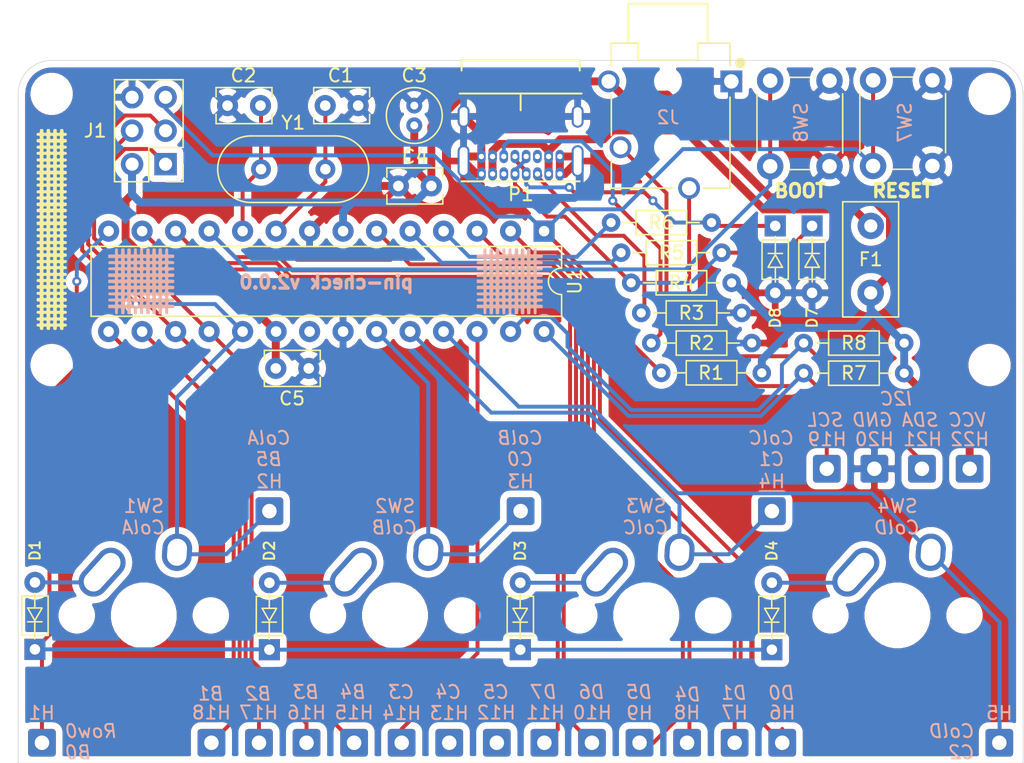
<source format=kicad_pcb>
(kicad_pcb (version 20171130) (host pcbnew "(5.1.6-0-10_14)")
  (title_block (title pin-check) (rev v2.0.0) (comment 2 https://github.com/brianmutualaid/pin-check/blob/master/LICENSE) (comment 3 "License: BSD 2-Clause") (comment 4 brian@mutualaid.info))
  (layers (0 F.Cu signal) (31 B.Cu signal) (34 B.Paste user) (35 F.Paste user) (36 B.SilkS user) (37 F.SilkS user) (38 B.Mask user) (39 F.Mask user) (44 Edge.Cuts user))
  (net 0 "")
  (net 1 "Net-(C1-Pad2)")
  (net 2 GND)
  (net 3 "Net-(C2-Pad2)")
  (net 4 +5V)
  (net 5 "Net-(D1-Pad2)")
  (net 6 /Row0)
  (net 7 "Net-(D2-Pad2)")
  (net 8 "Net-(D3-Pad2)")
  (net 9 "Net-(D4-Pad2)")
  (net 10 "Net-(D7-Pad1)")
  (net 11 "Net-(D8-Pad1)")
  (net 12 "Net-(F1-Pad2)")
  (net 13 /B1)
  (net 14 /B2)
  (net 15 /B3)
  (net 16 /B4)
  (net 17 /C5)
  (net 18 /D0)
  (net 19 /D1)
  (net 20 /D4)
  (net 21 /D6)
  (net 22 /D7)
  (net 23 /Reset)
  (net 24 "Net-(P1-PadB5)")
  (net 25 "Net-(P1-PadB8)")
  (net 26 "Net-(P1-PadA8)")
  (net 27 "Net-(P1-PadA5)")
  (net 28 /D-)
  (net 29 /D+)
  (net 30 "Net-(U1-Pad21)")
  (net 31 /C3)
  (net 32 /C4)
  (net 33 /ColA)
  (net 34 /ColB)
  (net 35 /ColC)
  (net 36 /ColD)
  (net 37 /SDA)
  (net 38 /SCL)
  (net 39 /D5)
  (module Connector_Wire:SolderWire-0.5sqmm_1x01_D0.9mm_OD2.1mm (layer B.Cu) (at 157.9118 116.1382 180)
    (fp_text reference H9 (at 0 2.25) (layer B.SilkS) (effects (justify mirror)))
    (fp_text value Pad)
    (pad 1 thru_hole roundrect (at 0 0 180) (size 2.1 2.1) (drill 1.1) (layers *.Cu *.Mask) (roundrect_rratio 0.119048) (net 39 /D5))
  )
  (module pin-check:CUI_SJ-43514 (layer F.Cu) (at 160.0708 68.5546 270)
    (fp_text reference J2 (at 0.133 0) (layer B.SilkS) (effects (justify mirror)))
    (fp_text value SJ-43514)
    (pad None np_thru_hole circle (at 2.4 0 270) (size 1.1 1.1) (drill 1.1) (layers *.Cu *.Mask))
    (pad None np_thru_hole circle (at -2.6 0 270) (size 1.1 1.1) (drill 1.1) (layers *.Cu *.Mask))
    (pad 4 thru_hole circle (at -2.6 4.5 270) (size 1.65 1.65) (drill 1.1) (layers *.Cu *.Mask) (net 4 +5V))
    (pad 3 thru_hole circle (at 5.5 -1.6 270) (size 1.65 1.65) (drill 1.1) (layers *.Cu *.Mask) (net 37 /SDA))
    (pad 2 thru_hole circle (at 2.4 3.6 270) (size 1.65 1.65) (drill 1.1) (layers *.Cu *.Mask) (net 38 /SCL))
    (pad 1 thru_hole rect (at -2.6 -4.8 270) (size 1.65 1.65) (drill 1.1) (layers *.Cu *.Mask) (net 2 GND))
  )
  (module Fuse:Fuse_Littelfuse_395Series (layer F.Cu) (at 175.4378 82.0006 90)
    (fp_text reference F1 (at 2.54 0 180) (layer F.SilkS))
    (fp_text value 100mA)
    (pad 2 thru_hole circle (at 5.08 0.01 90) (size 2 2) (drill 1) (layers *.Cu *.Mask) (net 12 "Net-(F1-Pad2)"))
    (pad 1 thru_hole circle (at 0 0 90) (size 2 2) (drill 1) (layers *.Cu *.Mask) (net 4 +5V))
  )
  (module Connector_Wire:SolderWire-0.5sqmm_1x01_D0.9mm_OD2.1mm (layer B.Cu) (at 182.9435 95.3483)
    (fp_text reference H22 (at 0 -2.2352) (layer B.SilkS) (effects (justify mirror)))
    (fp_text value Pad)
    (pad 1 thru_hole roundrect (at 0 0) (size 2.1 2.1) (drill 1.1) (layers *.Cu *.Mask) (roundrect_rratio 0.119048) (net 4 +5V))
  )
  (module Connector_Wire:SolderWire-0.5sqmm_1x01_D0.9mm_OD2.1mm (layer B.Cu) (at 179.324 95.3483)
    (fp_text reference H21 (at 0.0508 -2.2352) (layer B.SilkS) (effects (justify mirror)))
    (fp_text value Pad)
    (pad 1 thru_hole roundrect (at 0 0) (size 2.1 2.1) (drill 1.1) (layers *.Cu *.Mask) (roundrect_rratio 0.119048) (net 37 /SDA))
  )
  (module Connector_Wire:SolderWire-0.5sqmm_1x01_D0.9mm_OD2.1mm (layer B.Cu) (at 175.7172 95.3483)
    (fp_text reference H20 (at 0 -2.2352) (layer B.SilkS) (effects (justify mirror)))
    (fp_text value Pad)
    (pad 1 thru_hole roundrect (at 0 0) (size 2.1 2.1) (drill 1.1) (layers *.Cu *.Mask) (roundrect_rratio 0.119048) (net 2 GND))
  )
  (module Connector_Wire:SolderWire-0.5sqmm_1x01_D0.9mm_OD2.1mm (layer B.Cu) (at 172.1104 95.3483)
    (fp_text reference H19 (at 0.0254 -2.2352) (layer B.SilkS) (effects (justify mirror)))
    (fp_text value Pad)
    (pad 1 thru_hole roundrect (at 0 0) (size 2.1 2.1) (drill 1.1) (layers *.Cu *.Mask) (roundrect_rratio 0.119048) (net 38 /SCL))
  )
  (module pin-check:pin-check-pattern-square (layer B.Cu) (at 120.1293 81.1276)
    (fp_text reference G*** hide)
    (fp_text value LOGO hide)
  )
  (module pin-check:pin-check-pattern-square (layer B.Cu) (at 148.0693 81.1276)
    (fp_text reference G*** hide)
    (fp_text value LOGO hide)
  )
  (module pin-check:MX-1U-NoLED (layer F.Cu) (at 177.4698 106.4747)
    (fp_text reference SW4)
    (fp_text value MX-NoLED)
    (pad 2 thru_hole oval (at 2.52 -4.79 86) (size 2.831378 2.25) (drill oval 2.051378 1.48) (layers *.Cu *.Mask) (net 36 /ColD))
    (pad 1 thru_hole oval (at -3.16 -3.28 48) (size 4.21 2.25) (drill oval 3.43 1.48) (layers *.Cu *.Mask) (net 9 "Net-(D4-Pad2)"))
    (pad "" np_thru_hole circle (at 5.08 0 48.0996) (size 1.75 1.75) (drill 1.75) (layers *.Cu *.Mask))
    (pad "" np_thru_hole circle (at -5.08 0 48.0996) (size 1.75 1.75) (drill 1.75) (layers *.Cu *.Mask))
    (pad "" np_thru_hole circle (at 0 0) (size 3.9878 3.9878) (drill 3.9878) (layers *.Cu *.Mask))
  )
  (module pin-check:MX-1U-NoLED (layer F.Cu) (at 158.4198 106.4747)
    (fp_text reference SW3)
    (fp_text value MX-NoLED)
    (pad 2 thru_hole oval (at 2.52 -4.79 86) (size 2.831378 2.25) (drill oval 2.051378 1.48) (layers *.Cu *.Mask) (net 35 /ColC))
    (pad 1 thru_hole oval (at -3.16 -3.28 48) (size 4.21 2.25) (drill oval 3.43 1.48) (layers *.Cu *.Mask) (net 8 "Net-(D3-Pad2)"))
    (pad "" np_thru_hole circle (at 5.08 0 48.0996) (size 1.75 1.75) (drill 1.75) (layers *.Cu *.Mask))
    (pad "" np_thru_hole circle (at -5.08 0 48.0996) (size 1.75 1.75) (drill 1.75) (layers *.Cu *.Mask))
    (pad "" np_thru_hole circle (at 0 0) (size 3.9878 3.9878) (drill 3.9878) (layers *.Cu *.Mask))
  )
  (module pin-check:MX-1U-NoLED (layer F.Cu) (at 139.3698 106.4747)
    (fp_text reference SW2)
    (fp_text value MX-NoLED)
    (pad 2 thru_hole oval (at 2.52 -4.79 86) (size 2.831378 2.25) (drill oval 2.051378 1.48) (layers *.Cu *.Mask) (net 34 /ColB))
    (pad 1 thru_hole oval (at -3.16 -3.28 48) (size 4.21 2.25) (drill oval 3.43 1.48) (layers *.Cu *.Mask) (net 7 "Net-(D2-Pad2)"))
    (pad "" np_thru_hole circle (at 5.08 0 48.0996) (size 1.75 1.75) (drill 1.75) (layers *.Cu *.Mask))
    (pad "" np_thru_hole circle (at -5.08 0 48.0996) (size 1.75 1.75) (drill 1.75) (layers *.Cu *.Mask))
    (pad "" np_thru_hole circle (at 0 0) (size 3.9878 3.9878) (drill 3.9878) (layers *.Cu *.Mask))
  )
  (module pin-check:MX-1U-NoLED (layer F.Cu) (at 120.3198 106.4747)
    (fp_text reference SW1)
    (fp_text value MX-NoLED)
    (pad 2 thru_hole oval (at 2.52 -4.79 86) (size 2.831378 2.25) (drill oval 2.051378 1.48) (layers *.Cu *.Mask) (net 33 /ColA))
    (pad 1 thru_hole oval (at -3.16 -3.28 48) (size 4.21 2.25) (drill oval 3.43 1.48) (layers *.Cu *.Mask) (net 5 "Net-(D1-Pad2)"))
    (pad "" np_thru_hole circle (at 5.08 0 48.0996) (size 1.75 1.75) (drill 1.75) (layers *.Cu *.Mask))
    (pad "" np_thru_hole circle (at -5.08 0 48.0996) (size 1.75 1.75) (drill 1.75) (layers *.Cu *.Mask))
    (pad "" np_thru_hole circle (at 0 0) (size 3.9878 3.9878) (drill 3.9878) (layers *.Cu *.Mask))
  )
  (module Resistor_THT:R_Axial_DIN0204_L3.6mm_D1.6mm_P7.62mm_Horizontal (layer F.Cu) (at 177.9778 85.8106 180)
    (fp_text reference R8 (at 3.81 0) (layer F.SilkS))
    (fp_text value 4.7k)
    (pad 2 thru_hole oval (at 7.62 0 180) (size 1.4 1.4) (drill 0.7) (layers *.Cu *.Mask) (net 37 /SDA))
    (pad 1 thru_hole circle (at 0 0 180) (size 1.4 1.4) (drill 0.7) (layers *.Cu *.Mask) (net 4 +5V))
  )
  (module Resistor_THT:R_Axial_DIN0204_L3.6mm_D1.6mm_P7.62mm_Horizontal (layer F.Cu) (at 177.9778 88.0966 180)
    (fp_text reference R7 (at 3.81 0) (layer F.SilkS))
    (fp_text value 4.7k)
    (pad 2 thru_hole oval (at 7.62 0 180) (size 1.4 1.4) (drill 0.7) (layers *.Cu *.Mask) (net 38 /SCL))
    (pad 1 thru_hole circle (at 0 0 180) (size 1.4 1.4) (drill 0.7) (layers *.Cu *.Mask) (net 4 +5V))
  )
  (module pin-check:pin-check-pattern (layer F.Cu) (at 113.3348 77.1906 90)
    (fp_text reference G*** hide)
    (fp_text value LOGO hide)
  )
  (module Connector_PinHeader_2.54mm:PinHeader_2x03_P2.54mm_Vertical (layer F.Cu) (at 121.9708 72.2376 180)
    (fp_text reference J1 (at 5.334 2.54) (layer F.SilkS))
    (fp_text value AVR-ISP-6)
    (pad 6 thru_hole oval (at 2.54 5.08 180) (size 1.7 1.7) (drill 1) (layers *.Cu *.Mask) (net 2 GND))
    (pad 5 thru_hole oval (at 0 5.08 180) (size 1.7 1.7) (drill 1) (layers *.Cu *.Mask) (net 23 /Reset))
    (pad 4 thru_hole oval (at 2.54 2.54 180) (size 1.7 1.7) (drill 1) (layers *.Cu *.Mask) (net 15 /B3))
    (pad 3 thru_hole oval (at 0 2.54 180) (size 1.7 1.7) (drill 1) (layers *.Cu *.Mask) (net 33 /ColA))
    (pad 2 thru_hole oval (at 2.54 0 180) (size 1.7 1.7) (drill 1) (layers *.Cu *.Mask) (net 4 +5V))
    (pad 1 thru_hole rect (at 0 0 180) (size 1.7 1.7) (drill 1) (layers *.Cu *.Mask) (net 16 /B4))
  )
  (module pin-check:USB_C_GCT_USB4085 (layer F.Cu) (at 148.8948 66.8782 180)
    (fp_text reference P1 (at -0.017498 -7.6454) (layer F.SilkS))
    (fp_text value USB_C_Receptacle_USB2.0)
    (pad A5 thru_hole oval (at -1.275 -6.1 180) (size 0.65 1) (drill 0.4) (layers *.Cu *.Mask) (net 27 "Net-(P1-PadA5)"))
    (pad A1 thru_hole oval (at -2.975 -6.1 180) (size 0.65 1) (drill 0.4) (layers *.Cu *.Mask) (net 2 GND))
    (pad A4 thru_hole oval (at -2.125 -6.1 180) (size 0.65 1) (drill 0.4) (layers *.Cu *.Mask) (net 12 "Net-(F1-Pad2)"))
    (pad A6 thru_hole oval (at -0.425 -6.1 180) (size 0.65 1) (drill 0.4) (layers *.Cu *.Mask) (net 11 "Net-(D8-Pad1)"))
    (pad A7 thru_hole oval (at 0.425 -6.1 180) (size 0.65 1) (drill 0.4) (layers *.Cu *.Mask) (net 10 "Net-(D7-Pad1)"))
    (pad A8 thru_hole oval (at 1.275 -6.1 180) (size 0.65 1) (drill 0.4) (layers *.Cu *.Mask) (net 26 "Net-(P1-PadA8)"))
    (pad A9 thru_hole oval (at 2.125 -6.1 180) (size 0.65 1) (drill 0.4) (layers *.Cu *.Mask) (net 12 "Net-(F1-Pad2)"))
    (pad A12 thru_hole oval (at 2.975 -6.1 180) (size 0.65 1) (drill 0.4) (layers *.Cu *.Mask) (net 2 GND))
    (pad B12 thru_hole oval (at -2.975 -4.775 180) (size 0.65 1) (drill 0.4) (layers *.Cu *.Mask) (net 2 GND))
    (pad B9 thru_hole oval (at -2.12 -4.775 180) (size 0.65 1) (drill 0.4) (layers *.Cu *.Mask) (net 12 "Net-(F1-Pad2)"))
    (pad B8 thru_hole oval (at -1.27 -4.775 180) (size 0.65 1) (drill 0.4) (layers *.Cu *.Mask) (net 25 "Net-(P1-PadB8)"))
    (pad B7 thru_hole oval (at -0.42 -4.775 180) (size 0.65 1) (drill 0.4) (layers *.Cu *.Mask) (net 10 "Net-(D7-Pad1)"))
    (pad B6 thru_hole oval (at 0.43 -4.775 180) (size 0.65 1) (drill 0.4) (layers *.Cu *.Mask) (net 11 "Net-(D8-Pad1)"))
    (pad B5 thru_hole oval (at 1.28 -4.775 180) (size 0.65 1) (drill 0.4) (layers *.Cu *.Mask) (net 24 "Net-(P1-PadB5)"))
    (pad B4 thru_hole oval (at 2.13 -4.775 180) (size 0.65 1) (drill 0.4) (layers *.Cu *.Mask) (net 12 "Net-(F1-Pad2)"))
    (pad B1 thru_hole oval (at 2.98 -4.775 180) (size 0.65 1) (drill 0.4) (layers *.Cu *.Mask) (net 2 GND))
    (pad S1 thru_hole oval (at -4.325 -5.12 180) (size 0.9 2.4) (drill oval 0.6 2.1) (layers *.Cu *.Mask) (net 2 GND))
    (pad S1 thru_hole oval (at 4.325 -5.12 180) (size 0.9 2.4) (drill oval 0.6 2.1) (layers *.Cu *.Mask) (net 2 GND))
    (pad S1 thru_hole oval (at -4.325 -1.74 180) (size 0.9 1.7) (drill oval 0.6 1.4) (layers *.Cu *.Mask) (net 2 GND))
    (pad S1 thru_hole oval (at 4.325 -1.74 180) (size 0.9 1.7) (drill oval 0.6 1.4) (layers *.Cu *.Mask) (net 2 GND))
  )
  (module MountingHole:MountingHole_2.2mm_M2 (layer F.Cu) (at 184.4548 87.4776)
    (fp_text reference H26 hide)
    (fp_text value MountingHole)
    (pad 1 np_thru_hole circle (at 0 0) (size 2.2 2.2) (drill 2.2) (layers *.Cu *.Mask))
  )
  (module MountingHole:MountingHole_2.2mm_M2 (layer F.Cu) (at 113.3348 87.4776)
    (fp_text reference H25 hide)
    (fp_text value MountingHole)
    (pad 1 np_thru_hole circle (at 0 0) (size 2.2 2.2) (drill 2.2) (layers *.Cu *.Mask))
  )
  (module MountingHole:MountingHole_2.2mm_M2 (layer F.Cu) (at 184.4548 66.9036)
    (fp_text reference H24 hide)
    (fp_text value MountingHole)
    (pad 1 np_thru_hole circle (at 0 0) (size 2.2 2.2) (drill 2.2) (layers *.Cu *.Mask))
  )
  (module MountingHole:MountingHole_2.2mm_M2 (layer F.Cu) (at 113.3348 66.9036)
    (fp_text reference H23 hide)
    (fp_text value MountingHole)
    (pad 1 np_thru_hole circle (at 0 0) (size 2.2 2.2) (drill 2.2) (layers *.Cu *.Mask))
  )
  (module pin-check:D_DO-35_SOD27_P5.08mm_Horizontal (layer F.Cu) (at 112.0648 110.3216 90)
    (fp_text reference D1 (at 8.77 0 270) (layer F.SilkS) (effects (font (size 0.8 0.8))))
    (fp_text value 1N4148)
    (pad 2 thru_hole oval (at 6.35 0 90) (size 1.6 1.6) (drill 0.8) (layers *.Cu *.Mask) (net 5 "Net-(D1-Pad2)"))
    (pad 1 thru_hole rect (at 1.27 0 90) (size 1.6 1.6) (drill 0.8) (layers *.Cu *.Mask) (net 6 /Row0))
  )
  (module pin-check:D_DO-35_SOD27_P5.08mm_Horizontal (layer F.Cu) (at 168.1988 75.6506 270)
    (fp_text reference D8 (at 8.255 0 90) (layer F.SilkS) (effects (font (size 0.8 0.8))))
    (fp_text value 3.6V)
    (pad 2 thru_hole oval (at 6.35 0 270) (size 1.6 1.6) (drill 0.8) (layers *.Cu *.Mask) (net 2 GND))
    (pad 1 thru_hole rect (at 1.27 0 270) (size 1.6 1.6) (drill 0.8) (layers *.Cu *.Mask) (net 11 "Net-(D8-Pad1)"))
  )
  (module pin-check:D_DO-35_SOD27_P5.08mm_Horizontal (layer F.Cu) (at 170.9928 75.6506 270)
    (fp_text reference D7 (at 8.255 0 90) (layer F.SilkS) (effects (font (size 0.8 0.8))))
    (fp_text value 3.6V)
    (pad 2 thru_hole oval (at 6.35 0 270) (size 1.6 1.6) (drill 0.8) (layers *.Cu *.Mask) (net 2 GND))
    (pad 1 thru_hole rect (at 1.27 0 270) (size 1.6 1.6) (drill 0.8) (layers *.Cu *.Mask) (net 10 "Net-(D7-Pad1)"))
  )
  (module pin-check:D_DO-35_SOD27_P5.08mm_Horizontal (layer F.Cu) (at 167.9448 110.347 90)
    (fp_text reference D4 (at 8.77 0 90) (layer F.SilkS) (effects (font (size 0.8 0.8))))
    (fp_text value 1N4148)
    (pad 2 thru_hole oval (at 6.35 0 90) (size 1.6 1.6) (drill 0.8) (layers *.Cu *.Mask) (net 9 "Net-(D4-Pad2)"))
    (pad 1 thru_hole rect (at 1.27 0 90) (size 1.6 1.6) (drill 0.8) (layers *.Cu *.Mask) (net 6 /Row0))
  )
  (module pin-check:D_DO-35_SOD27_P5.08mm_Horizontal (layer F.Cu) (at 148.8694 110.347 90)
    (fp_text reference D3 (at 8.77 0 90) (layer F.SilkS) (effects (font (size 0.8 0.8))))
    (fp_text value 1N4148)
    (pad 2 thru_hole oval (at 6.35 0 90) (size 1.6 1.6) (drill 0.8) (layers *.Cu *.Mask) (net 8 "Net-(D3-Pad2)"))
    (pad 1 thru_hole rect (at 1.27 0 90) (size 1.6 1.6) (drill 0.8) (layers *.Cu *.Mask) (net 6 /Row0))
  )
  (module pin-check:D_DO-35_SOD27_P5.08mm_Horizontal (layer F.Cu) (at 129.8448 110.347 90)
    (fp_text reference D2 (at 8.77 0 90) (layer F.SilkS) (effects (font (size 0.8 0.8))))
    (fp_text value 1N4148)
    (pad 2 thru_hole oval (at 6.35 0 90) (size 1.6 1.6) (drill 0.8) (layers *.Cu *.Mask) (net 7 "Net-(D2-Pad2)"))
    (pad 1 thru_hole rect (at 1.27 0 90) (size 1.6 1.6) (drill 0.8) (layers *.Cu *.Mask) (net 6 /Row0))
  )
  (module Resistor_THT:R_Axial_DIN0204_L3.6mm_D1.6mm_P7.62mm_Horizontal (layer F.Cu) (at 163.3728 76.6666 180)
    (fp_text reference R6 (at 3.81 0) (layer F.SilkS))
    (fp_text value 75R)
    (pad 2 thru_hole oval (at 7.62 0 180) (size 1.4 1.4) (drill 0.7) (layers *.Cu *.Mask) (net 29 /D+))
    (pad 1 thru_hole circle (at 0 0 180) (size 1.4 1.4) (drill 0.7) (layers *.Cu *.Mask) (net 11 "Net-(D8-Pad1)"))
  )
  (module Resistor_THT:R_Axial_DIN0204_L3.6mm_D1.6mm_P7.62mm_Horizontal (layer F.Cu) (at 156.5148 78.9526)
    (fp_text reference R5 (at 3.81 0) (layer F.SilkS))
    (fp_text value 75R)
    (pad 2 thru_hole oval (at 7.62 0) (size 1.4 1.4) (drill 0.7) (layers *.Cu *.Mask) (net 10 "Net-(D7-Pad1)"))
    (pad 1 thru_hole circle (at 0 0) (size 1.4 1.4) (drill 0.7) (layers *.Cu *.Mask) (net 28 /D-))
  )
  (module Resistor_THT:R_Axial_DIN0204_L3.6mm_D1.6mm_P7.62mm_Horizontal (layer F.Cu) (at 164.8968 81.2386 180)
    (fp_text reference R4 (at 3.81 0) (layer F.SilkS))
    (fp_text value 1.5k)
    (pad 2 thru_hole oval (at 7.62 0 180) (size 1.4 1.4) (drill 0.7) (layers *.Cu *.Mask) (net 10 "Net-(D7-Pad1)"))
    (pad 1 thru_hole circle (at 0 0 180) (size 1.4 1.4) (drill 0.7) (layers *.Cu *.Mask) (net 4 +5V))
  )
  (module Resistor_THT:R_Axial_DIN0204_L3.6mm_D1.6mm_P7.62mm_Horizontal (layer F.Cu) (at 158.0388 83.5246)
    (fp_text reference R3 (at 3.81 0) (layer F.SilkS))
    (fp_text value 5.1k)
    (pad 2 thru_hole oval (at 7.62 0) (size 1.4 1.4) (drill 0.7) (layers *.Cu *.Mask) (net 2 GND))
    (pad 1 thru_hole circle (at 0 0) (size 1.4 1.4) (drill 0.7) (layers *.Cu *.Mask) (net 27 "Net-(P1-PadA5)"))
  )
  (module Resistor_THT:R_Axial_DIN0204_L3.6mm_D1.6mm_P7.62mm_Horizontal (layer F.Cu) (at 158.8008 85.8106)
    (fp_text reference R2 (at 3.81 0) (layer F.SilkS))
    (fp_text value 5.1k)
    (pad 2 thru_hole oval (at 7.62 0) (size 1.4 1.4) (drill 0.7) (layers *.Cu *.Mask) (net 2 GND))
    (pad 1 thru_hole circle (at 0 0) (size 1.4 1.4) (drill 0.7) (layers *.Cu *.Mask) (net 24 "Net-(P1-PadB5)"))
  )
  (module Resistor_THT:R_Axial_DIN0204_L3.6mm_D1.6mm_P7.62mm_Horizontal (layer F.Cu) (at 167.1828 88.0712 180)
    (fp_text reference R1 (at 3.85318 0 180) (layer F.SilkS))
    (fp_text value 10k)
    (pad 2 thru_hole oval (at 7.62 0 180) (size 1.4 1.4) (drill 0.7) (layers *.Cu *.Mask) (net 23 /Reset))
    (pad 1 thru_hole circle (at 0 0 180) (size 1.4 1.4) (drill 0.7) (layers *.Cu *.Mask) (net 4 +5V))
  )
  (module Connector_Wire:SolderWire-0.5sqmm_1x01_D0.9mm_OD2.1mm (layer B.Cu) (at 150.695 116.1382 180)
    (fp_text reference H11 (at -0.0744 2.286) (layer B.SilkS) (effects (justify mirror)))
    (fp_text value Pad)
    (pad 1 thru_hole roundrect (at 0 0 180) (size 2.1 2.1) (drill 1.1) (layers *.Cu *.Mask) (roundrect_rratio 0.119048) (net 22 /D7))
  )
  (module Connector_Wire:SolderWire-0.5sqmm_1x01_D0.9mm_OD2.1mm (layer B.Cu) (at 154.3018 116.1382 180)
    (fp_text reference H10 (at -0.0304 2.286) (layer B.SilkS) (effects (justify mirror)))
    (fp_text value Pad)
    (pad 1 thru_hole roundrect (at 0 0 180) (size 2.1 2.1) (drill 1.1) (layers *.Cu *.Mask) (roundrect_rratio 0.119048) (net 21 /D6))
  )
  (module Connector_Wire:SolderWire-0.5sqmm_1x01_D0.9mm_OD2.1mm (layer B.Cu) (at 161.5186 116.1382 180)
    (fp_text reference H8 (at 0.0136 2.286) (layer B.SilkS) (effects (justify mirror)))
    (fp_text value Pad)
    (pad 1 thru_hole roundrect (at 0 0 180) (size 2.1 2.1) (drill 1.1) (layers *.Cu *.Mask) (roundrect_rratio 0.119048) (net 20 /D4))
  )
  (module Connector_Wire:SolderWire-0.5sqmm_1x01_D0.9mm_OD2.1mm (layer B.Cu) (at 165.1254 116.1382 180)
    (fp_text reference H7 (at 0 2.286) (layer B.SilkS) (effects (justify mirror)))
    (fp_text value Pad)
    (pad 1 thru_hole roundrect (at 0 0 180) (size 2.1 2.1) (drill 1.1) (layers *.Cu *.Mask) (roundrect_rratio 0.119048) (net 19 /D1))
  )
  (module Connector_Wire:SolderWire-0.5sqmm_1x01_D0.9mm_OD2.1mm (layer B.Cu) (at 168.7322 116.1382 180)
    (fp_text reference H6 (at 0 2.286) (layer B.SilkS) (effects (justify mirror)))
    (fp_text value Pad)
    (pad 1 thru_hole roundrect (at 0 0 180) (size 2.1 2.1) (drill 1.1) (layers *.Cu *.Mask) (roundrect_rratio 0.119048) (net 18 /D0))
  )
  (module Connector_Wire:SolderWire-0.5sqmm_1x01_D0.9mm_OD2.1mm (layer B.Cu) (at 147.0882 116.1382 180)
    (fp_text reference H12 (at 0.044 2.286) (layer B.SilkS) (effects (justify mirror)))
    (fp_text value Pad)
    (pad 1 thru_hole roundrect (at 0 0 180) (size 2.1 2.1) (drill 1.1) (layers *.Cu *.Mask) (roundrect_rratio 0.119048) (net 17 /C5))
  )
  (module Connector_Wire:SolderWire-0.5sqmm_1x01_D0.9mm_OD2.1mm (layer B.Cu) (at 136.2678 116.1382 180)
    (fp_text reference H15 (at 0 2.286) (layer B.SilkS) (effects (justify mirror)))
    (fp_text value Pad)
    (pad 1 thru_hole roundrect (at 0 0 180) (size 2.1 2.1) (drill 1.1) (layers *.Cu *.Mask) (roundrect_rratio 0.119048) (net 16 /B4))
  )
  (module Connector_Wire:SolderWire-0.5sqmm_1x01_D0.9mm_OD2.1mm (layer B.Cu) (at 132.661 116.1382 180)
    (fp_text reference H16 (at 0 2.286) (layer B.SilkS) (effects (justify mirror)))
    (fp_text value Pad)
    (pad 1 thru_hole roundrect (at 0 0 180) (size 2.1 2.1) (drill 1.1) (layers *.Cu *.Mask) (roundrect_rratio 0.119048) (net 15 /B3))
  )
  (module Connector_Wire:SolderWire-0.5sqmm_1x01_D0.9mm_OD2.1mm (layer B.Cu) (at 129.0542 116.1382 180)
    (fp_text reference H17 (at 0.0254 2.286) (layer B.SilkS) (effects (justify mirror)))
    (fp_text value Pad)
    (pad 1 thru_hole roundrect (at 0 0 180) (size 2.1 2.1) (drill 1.1) (layers *.Cu *.Mask) (roundrect_rratio 0.119048) (net 14 /B2))
  )
  (module Connector_Wire:SolderWire-0.5sqmm_1x01_D0.9mm_OD2.1mm (layer B.Cu) (at 125.4474 116.1382 180)
    (fp_text reference H18 (at 0 2.286) (layer B.SilkS) (effects (justify mirror)))
    (fp_text value Pad)
    (pad 1 thru_hole roundrect (at 0 0 180) (size 2.1 2.1) (drill 1.1) (layers *.Cu *.Mask) (roundrect_rratio 0.119048) (net 13 /B1))
  )
  (module Connector_Wire:SolderWire-0.5sqmm_1x01_D0.9mm_OD2.1mm (layer B.Cu) (at 143.4814 116.1382 180)
    (fp_text reference H13 (at 0 2.25) (layer B.SilkS) (effects (justify mirror)))
    (fp_text value Pad)
    (pad 1 thru_hole roundrect (at 0 0 180) (size 2.1 2.1) (drill 1.1) (layers *.Cu *.Mask) (roundrect_rratio 0.119048) (net 32 /C4))
  )
  (module Connector_Wire:SolderWire-0.5sqmm_1x01_D0.9mm_OD2.1mm (layer B.Cu) (at 139.8746 116.1382 180)
    (fp_text reference H14 (at 0 2.25) (layer B.SilkS) (effects (justify mirror)))
    (fp_text value Pad)
    (pad 1 thru_hole roundrect (at 0 0 180) (size 2.1 2.1) (drill 1.1) (layers *.Cu *.Mask) (roundrect_rratio 0.119048) (net 31 /C3))
  )
  (module Connector_Wire:SolderWire-0.5sqmm_1x01_D0.9mm_OD2.1mm (layer B.Cu) (at 185.1914 116.1382 180)
    (fp_text reference H5 (at 0 2.25) (layer B.SilkS) (effects (justify mirror)))
    (fp_text value Pad)
    (pad 1 thru_hole roundrect (at 0 0 180) (size 2.1 2.1) (drill 1.1) (layers *.Cu *.Mask) (roundrect_rratio 0.119048) (net 36 /ColD))
  )
  (module Connector_Wire:SolderWire-0.5sqmm_1x01_D0.9mm_OD2.1mm (layer B.Cu) (at 167.9448 98.5614 180)
    (fp_text reference H4 (at 0 2.25) (layer B.SilkS) (effects (justify mirror)))
    (fp_text value Pad)
    (pad 1 thru_hole roundrect (at 0 0 180) (size 2.1 2.1) (drill 1.1) (layers *.Cu *.Mask) (roundrect_rratio 0.119048) (net 35 /ColC))
  )
  (module Connector_Wire:SolderWire-0.5sqmm_1x01_D0.9mm_OD2.1mm (layer B.Cu) (at 148.8948 98.5614 180)
    (fp_text reference H3 (at 0 2.25) (layer B.SilkS) (effects (justify mirror)))
    (fp_text value Pad)
    (pad 1 thru_hole roundrect (at 0 0 180) (size 2.1 2.1) (drill 1.1) (layers *.Cu *.Mask) (roundrect_rratio 0.119048) (net 34 /ColB))
  )
  (module Connector_Wire:SolderWire-0.5sqmm_1x01_D0.9mm_OD2.1mm (layer B.Cu) (at 129.8448 98.5614 180)
    (fp_text reference H2 (at 0 2.25) (layer B.SilkS) (effects (justify mirror)))
    (fp_text value Pad)
    (pad 1 thru_hole roundrect (at 0 0 180) (size 2.1 2.1) (drill 1.1) (layers *.Cu *.Mask) (roundrect_rratio 0.119048) (net 33 /ColA))
  )
  (module Connector_Wire:SolderWire-0.5sqmm_1x01_D0.9mm_OD2.1mm (layer B.Cu) (at 112.5982 116.1382 180)
    (fp_text reference H1 (at 0.0254 2.2606) (layer B.SilkS) (effects (justify mirror)))
    (fp_text value Pad)
    (pad 1 thru_hole roundrect (at 0 0 180) (size 2.1 2.1) (drill 1.1) (layers *.Cu *.Mask) (roundrect_rratio 0.119048) (net 6 /Row0))
  )
  (module Capacitor_THT:C_Radial_D4.0mm_H7.0mm_P1.50mm (layer F.Cu) (at 140.8303 67.7926 270)
    (fp_text reference C3 (at -2.286 0 180) (layer F.SilkS))
    (fp_text value 4.7u)
    (pad 2 thru_hole circle (at 1.5 0 270) (size 1.2 1.2) (drill 0.6) (layers *.Cu *.Mask) (net 4 +5V))
    (pad 1 thru_hole circle (at 0 0 270) (size 1.2 1.2) (drill 0.6) (layers *.Cu *.Mask) (net 2 GND))
  )
  (module Crystal:Crystal_HC49-4H_Vertical (layer F.Cu) (at 129.2098 72.6186)
    (fp_text reference Y1 (at 2.44 -3.525) (layer F.SilkS))
    (fp_text value 16MHz)
    (pad 2 thru_hole circle (at 4.88 0) (size 1.5 1.5) (drill 0.8) (layers *.Cu *.Mask) (net 1 "Net-(C1-Pad2)"))
    (pad 1 thru_hole circle (at 0 0) (size 1.5 1.5) (drill 0.8) (layers *.Cu *.Mask) (net 3 "Net-(C2-Pad2)"))
  )
  (module Package_DIP:DIP-28_W7.62mm (layer F.Cu) (at 150.6728 77.3176 270)
    (fp_text reference U1 (at 3.81 -2.33 90) (layer F.SilkS))
    (fp_text value ATmega328P-PU)
    (pad 28 thru_hole oval (at 7.62 0 270) (size 1.6 1.6) (drill 0.8) (layers *.Cu *.Mask) (net 38 /SCL))
    (pad 14 thru_hole oval (at 0 33.02 270) (size 1.6 1.6) (drill 0.8) (layers *.Cu *.Mask) (net 6 /Row0))
    (pad 27 thru_hole oval (at 7.62 2.54 270) (size 1.6 1.6) (drill 0.8) (layers *.Cu *.Mask) (net 37 /SDA))
    (pad 13 thru_hole oval (at 0 30.48 270) (size 1.6 1.6) (drill 0.8) (layers *.Cu *.Mask) (net 22 /D7))
    (pad 26 thru_hole oval (at 7.62 5.08 270) (size 1.6 1.6) (drill 0.8) (layers *.Cu *.Mask) (net 31 /C3))
    (pad 12 thru_hole oval (at 0 27.94 270) (size 1.6 1.6) (drill 0.8) (layers *.Cu *.Mask) (net 21 /D6))
    (pad 25 thru_hole oval (at 7.62 7.62 270) (size 1.6 1.6) (drill 0.8) (layers *.Cu *.Mask) (net 36 /ColD))
    (pad 11 thru_hole oval (at 0 25.4 270) (size 1.6 1.6) (drill 0.8) (layers *.Cu *.Mask) (net 39 /D5))
    (pad 24 thru_hole oval (at 7.62 10.16 270) (size 1.6 1.6) (drill 0.8) (layers *.Cu *.Mask) (net 35 /ColC))
    (pad 10 thru_hole oval (at 0 22.86 270) (size 1.6 1.6) (drill 0.8) (layers *.Cu *.Mask) (net 3 "Net-(C2-Pad2)"))
    (pad 23 thru_hole oval (at 7.62 12.7 270) (size 1.6 1.6) (drill 0.8) (layers *.Cu *.Mask) (net 34 /ColB))
    (pad 9 thru_hole oval (at 0 20.32 270) (size 1.6 1.6) (drill 0.8) (layers *.Cu *.Mask) (net 1 "Net-(C1-Pad2)"))
    (pad 22 thru_hole oval (at 7.62 15.24 270) (size 1.6 1.6) (drill 0.8) (layers *.Cu *.Mask) (net 2 GND))
    (pad 8 thru_hole oval (at 0 17.78 270) (size 1.6 1.6) (drill 0.8) (layers *.Cu *.Mask) (net 2 GND))
    (pad 21 thru_hole oval (at 7.62 17.78 270) (size 1.6 1.6) (drill 0.8) (layers *.Cu *.Mask) (net 30 "Net-(U1-Pad21)"))
    (pad 7 thru_hole oval (at 0 15.24 270) (size 1.6 1.6) (drill 0.8) (layers *.Cu *.Mask) (net 4 +5V))
    (pad 20 thru_hole oval (at 7.62 20.32 270) (size 1.6 1.6) (drill 0.8) (layers *.Cu *.Mask) (net 4 +5V))
    (pad 6 thru_hole oval (at 0 12.7 270) (size 1.6 1.6) (drill 0.8) (layers *.Cu *.Mask) (net 20 /D4))
    (pad 19 thru_hole oval (at 7.62 22.86 270) (size 1.6 1.6) (drill 0.8) (layers *.Cu *.Mask) (net 33 /ColA))
    (pad 5 thru_hole oval (at 0 10.16 270) (size 1.6 1.6) (drill 0.8) (layers *.Cu *.Mask) (net 28 /D-))
    (pad 18 thru_hole oval (at 7.62 25.4 270) (size 1.6 1.6) (drill 0.8) (layers *.Cu *.Mask) (net 16 /B4))
    (pad 4 thru_hole oval (at 0 7.62 270) (size 1.6 1.6) (drill 0.8) (layers *.Cu *.Mask) (net 29 /D+))
    (pad 17 thru_hole oval (at 7.62 27.94 270) (size 1.6 1.6) (drill 0.8) (layers *.Cu *.Mask) (net 15 /B3))
    (pad 3 thru_hole oval (at 0 5.08 270) (size 1.6 1.6) (drill 0.8) (layers *.Cu *.Mask) (net 19 /D1))
    (pad 16 thru_hole oval (at 7.62 30.48 270) (size 1.6 1.6) (drill 0.8) (layers *.Cu *.Mask) (net 14 /B2))
    (pad 2 thru_hole oval (at 0 2.54 270) (size 1.6 1.6) (drill 0.8) (layers *.Cu *.Mask) (net 18 /D0))
    (pad 15 thru_hole oval (at 7.62 33.02 270) (size 1.6 1.6) (drill 0.8) (layers *.Cu *.Mask) (net 13 /B1))
    (pad 1 thru_hole rect (at 0 0 270) (size 1.6 1.6) (drill 0.8) (layers *.Cu *.Mask) (net 23 /Reset))
  )
  (module Button_Switch_THT:SW_PUSH_6mm_H4.3mm (layer F.Cu) (at 167.8169 72.397 90)
    (fp_text reference SW8 (at 3.325 2.341 -90) (layer B.SilkS) (effects (justify mirror)))
    (fp_text value Boot)
    (pad 1 thru_hole circle (at 6.5 0 180) (size 2 2) (drill 1.1) (layers *.Cu *.Mask) (net 39 /D5))
    (pad 2 thru_hole circle (at 6.5 4.5 180) (size 2 2) (drill 1.1) (layers *.Cu *.Mask) (net 2 GND))
    (pad 1 thru_hole circle (at 0 0 180) (size 2 2) (drill 1.1) (layers *.Cu *.Mask) (net 39 /D5))
    (pad 2 thru_hole circle (at 0 4.5 180) (size 2 2) (drill 1.1) (layers *.Cu *.Mask) (net 2 GND))
  )
  (module Button_Switch_THT:SW_PUSH_6mm_H4.3mm (layer F.Cu) (at 175.6189 72.374 90)
    (fp_text reference SW7 (at 3.302 2.413 90) (layer B.SilkS) (effects (justify mirror)))
    (fp_text value Reset)
    (pad 1 thru_hole circle (at 6.5 0 180) (size 2 2) (drill 1.1) (layers *.Cu *.Mask) (net 23 /Reset))
    (pad 2 thru_hole circle (at 6.5 4.5 180) (size 2 2) (drill 1.1) (layers *.Cu *.Mask) (net 2 GND))
    (pad 1 thru_hole circle (at 0 0 180) (size 2 2) (drill 1.1) (layers *.Cu *.Mask) (net 23 /Reset))
    (pad 2 thru_hole circle (at 0 4.5 180) (size 2 2) (drill 1.1) (layers *.Cu *.Mask) (net 2 GND))
  )
  (module Capacitor_THT:C_Rect_L4.0mm_W2.5mm_P2.50mm (layer F.Cu) (at 132.8293 87.7316 180)
    (fp_text reference C5 (at 1.27 -2.286) (layer F.SilkS))
    (fp_text value 0.1u)
    (pad 2 thru_hole circle (at 2.5 0 180) (size 1.6 1.6) (drill 0.8) (layers *.Cu *.Mask) (net 4 +5V))
    (pad 1 thru_hole circle (at 0 0 180) (size 1.6 1.6) (drill 0.8) (layers *.Cu *.Mask) (net 2 GND))
  )
  (module Capacitor_THT:C_Rect_L4.0mm_W2.5mm_P2.50mm (layer F.Cu) (at 139.6238 73.8886)
    (fp_text reference C4 (at 1.27 -2.2225) (layer F.SilkS))
    (fp_text value 0.1u)
    (pad 2 thru_hole circle (at 2.5 0) (size 1.6 1.6) (drill 0.8) (layers *.Cu *.Mask) (net 4 +5V))
    (pad 1 thru_hole circle (at 0 0) (size 1.6 1.6) (drill 0.8) (layers *.Cu *.Mask) (net 2 GND))
  )
  (module Capacitor_THT:C_Rect_L4.0mm_W2.5mm_P2.50mm (layer F.Cu) (at 126.6698 67.7926)
    (fp_text reference C2 (at 1.2065 -2.286) (layer F.SilkS))
    (fp_text value 22pF)
    (pad 2 thru_hole circle (at 2.5 0) (size 1.6 1.6) (drill 0.8) (layers *.Cu *.Mask) (net 3 "Net-(C2-Pad2)"))
    (pad 1 thru_hole circle (at 0 0) (size 1.6 1.6) (drill 0.8) (layers *.Cu *.Mask) (net 2 GND))
  )
  (module Capacitor_THT:C_Rect_L4.0mm_W2.5mm_P2.50mm (layer F.Cu) (at 136.5758 67.7926 180)
    (fp_text reference C1 (at 1.3335 2.286) (layer F.SilkS))
    (fp_text value 22pF)
    (pad 2 thru_hole circle (at 2.5 0 180) (size 1.6 1.6) (drill 0.8) (layers *.Cu *.Mask) (net 1 "Net-(C1-Pad2)"))
    (pad 1 thru_hole circle (at 0 0 180) (size 1.6 1.6) (drill 0.8) (layers *.Cu *.Mask) (net 2 GND))
  )
  (gr_text D5 (at 157.9118 112.2901) (layer B.SilkS) (effects (font (size 1 1) (thickness 0.15) italic) (justify mirror)))
  (gr_text I2C (at 177.419 90.0397) (layer B.SilkS) (effects (font (size 1 1) (thickness 0.15) italic) (justify mirror)))
  (gr_text SCL (at 172.0342 91.6399) (layer B.SilkS) (effects (font (size 1 1) (thickness 0.15) italic) (justify mirror)))
  (gr_text GND (at 175.6156 91.6399) (layer B.SilkS) (effects (font (size 1 1) (thickness 0.15) italic) (justify mirror)))
  (gr_text SDA (at 179.2224 91.6399) (layer B.SilkS) (effects (font (size 1 1) (thickness 0.15) italic) (justify mirror)))
  (gr_text VCC (at 182.8292 91.6399) (layer B.SilkS) (effects (font (size 1 1) (thickness 0.15) italic) (justify mirror)))
  (gr_text ColD (at 177.4698 99.806) (layer B.SilkS) (effects (font (size 1 1) (thickness 0.15) italic) (justify mirror)))
  (gr_text ColC (at 158.4198 99.806) (layer B.SilkS) (effects (font (size 1 1) (thickness 0.15) italic) (justify mirror)))
  (gr_text ColB (at 139.3698 99.806) (layer B.SilkS) (effects (font (size 1 1) (thickness 0.15) italic) (justify mirror)))
  (gr_text ColA (at 120.3198 99.806) (layer B.SilkS) (effects (font (size 1 1) (thickness 0.15) italic) (justify mirror)))
  (gr_text SW4 (at 177.4698 98.1804) (layer B.SilkS) (effects (font (size 1 1)) (justify mirror)))
  (gr_text SW3 (at 158.4198 98.1804) (layer B.SilkS) (effects (font (size 1 1)) (justify mirror)))
  (gr_text SW2 (at 139.3698 98.1804) (layer B.SilkS) (effects (font (size 1 1)) (justify mirror)))
  (gr_text SW1 (at 120.3198 98.1804) (layer B.SilkS) (effects (font (size 1 1)) (justify mirror)))
  (gr_text B1 (at 125.4093 112.4171) (layer B.SilkS) (effects (font (size 1 1) (thickness 0.15) italic) (justify mirror)))
  (gr_text B2 (at 129.0288 112.4171) (layer B.SilkS) (effects (font (size 1 1) (thickness 0.15) italic) (justify mirror)))
  (gr_text B3 (at 132.6483 112.2901) (layer B.SilkS) (effects (font (size 1 1) (thickness 0.15) italic) (justify mirror)))
  (gr_text B4 (at 136.2043 112.2901) (layer B.SilkS) (effects (font (size 1 1) (thickness 0.15) italic) (justify mirror)))
  (gr_text C3 (at 139.8873 112.2901) (layer B.SilkS) (effects (font (size 1 1) (thickness 0.15) italic) (justify mirror)))
  (gr_text C4 (at 143.4433 112.2901) (layer B.SilkS) (effects (font (size 1 1) (thickness 0.15) italic) (justify mirror)))
  (gr_text C5 (at 147.0628 112.2901) (layer B.SilkS) (effects (font (size 1 1) (thickness 0.15) italic) (justify mirror)))
  (gr_text D7 (at 150.6823 112.2901) (layer B.SilkS) (effects (font (size 1 1) (thickness 0.15) italic) (justify mirror)))
  (gr_text D6 (at 154.3018 112.2901) (layer B.SilkS) (effects (font (size 1 1) (thickness 0.15) italic) (justify mirror)))
  (gr_text D4 (at 161.5948 112.4806) (layer B.SilkS) (effects (font (size 1 1) (thickness 0.15) italic) (justify mirror)))
  (gr_text D1 (at 165.0873 112.3536) (layer B.SilkS) (effects (font (size 1 1) (thickness 0.15) italic) (justify mirror)))
  (gr_text D0 (at 168.7068 112.3536) (layer B.SilkS) (effects (font (size 1 1) (thickness 0.15) italic) (justify mirror)))
  (gr_text "ColD\nC2" (at 183.4388 116.062) (layer B.SilkS) (effects (font (size 1 1) (thickness 0.15) italic) (justify left mirror)))
  (gr_text "ColC\nC1" (at 167.9448 93.8156) (layer B.SilkS) (effects (font (size 1 1) (thickness 0.15) italic) (justify mirror)))
  (gr_text "ColB\nC0" (at 148.8948 93.8156) (layer B.SilkS) (effects (font (size 1 1) (thickness 0.15) italic) (justify mirror)))
  (gr_text "ColA\nB5" (at 129.8448 93.8156) (layer B.SilkS) (effects (font (size 1 1) (thickness 0.15) italic) (justify mirror)))
  (gr_text "Row0\nB0" (at 114.3 116.062) (layer B.SilkS) (effects (font (size 1 1) (thickness 0.15) italic) (justify right mirror)))
  (gr_text RESET (at 177.8508 74.2536) (layer F.SilkS) (effects (font (size 1 1) (thickness 0.25))))
  (gr_text BOOT (at 170.1038 74.2536) (layer F.SilkS) (effects (font (size 1 1) (thickness 0.25))))
  (gr_line (start 186.9948 117.6876) (end 186.9948 66.9036) (layer Edge.Cuts) (width 0.05))
  (gr_line (start 110.7948 66.9036) (end 110.7948 117.6876) (layer Edge.Cuts) (width 0.05))
  (gr_line (start 184.4548 64.3636) (end 113.3348 64.3636) (layer Edge.Cuts) (width 0.05))
  (gr_arc (start 113.3348 66.9036) (end 113.3348 64.3636) (angle -90) (layer Edge.Cuts) (width 0.05))
  (gr_arc (start 184.4548 66.9036) (end 186.9948 66.9036) (angle -90) (layer Edge.Cuts) (width 0.05))
  (gr_line (start 110.7948 117.6876) (end 186.9948 117.6876) (layer Edge.Cuts) (width 0.05))
  (gr_text "pin-check v2.0.0" (at 134.1628 81.1911) (layer B.SilkS) (effects (font (size 1 1) (thickness 0.25)) (justify mirror)))
  (segment (start 134.0898 73.5806) (end 134.0898 72.6186) (width 0.3) (layer F.Cu) (net 1))
  (segment (start 130.3528 77.3176) (end 134.0898 73.5806) (width 0.3) (layer F.Cu) (net 1))
  (segment (start 134.0898 67.8066) (end 134.0758 67.7926) (width 0.3) (layer F.Cu) (net 1))
  (segment (start 134.0898 72.6186) (end 134.0898 67.8066) (width 0.3) (layer F.Cu) (net 1))
  (segment (start 136.3218 73.8886) (end 139.6238 73.8886) (width 0.6) (layer F.Cu) (net 2))
  (segment (start 132.8928 77.3176) (end 136.3218 73.8886) (width 0.6) (layer F.Cu) (net 2))
  (segment (start 152.8748 71.6532) (end 153.2198 71.9982) (width 0.6) (layer F.Cu) (net 2))
  (segment (start 151.8698 71.6532) (end 152.8748 71.6532) (width 0.6) (layer F.Cu) (net 2))
  (segment (start 151.8698 71.6532) (end 151.8698 72.9782) (width 0.6) (layer F.Cu) (net 2))
  (segment (start 152.2398 72.9782) (end 153.2198 71.9982) (width 0.6) (layer F.Cu) (net 2))
  (segment (start 151.8698 72.9782) (end 152.2398 72.9782) (width 0.6) (layer F.Cu) (net 2))
  (segment (start 145.9148 72.9732) (end 145.9198 72.9782) (width 0.6) (layer F.Cu) (net 2))
  (segment (start 145.9148 71.6532) (end 145.9148 72.9732) (width 0.6) (layer F.Cu) (net 2))
  (segment (start 145.5498 72.9782) (end 144.5698 71.9982) (width 0.6) (layer F.Cu) (net 2))
  (segment (start 145.9198 72.9782) (end 145.5498 72.9782) (width 0.6) (layer F.Cu) (net 2))
  (segment (start 144.9148 71.6532) (end 144.5698 71.9982) (width 0.6) (layer F.Cu) (net 2))
  (segment (start 145.9148 71.6532) (end 144.9148 71.6532) (width 0.6) (layer F.Cu) (net 2))
  (segment (start 145.9148 69.9632) (end 144.5698 68.6182) (width 0.6) (layer F.Cu) (net 2))
  (segment (start 145.9148 71.6532) (end 145.9148 69.9632) (width 0.6) (layer F.Cu) (net 2))
  (segment (start 180.0248 66.3806) (end 180.0248 65.9876) (width 0.3) (layer F.Cu) (net 2))
  (segment (start 180.0248 66.3806) (end 180.0248 65.9876) (width 0.3) (layer B.Cu) (net 2))
  (segment (start 172.8978 66.5226) (end 172.3898 66.0146) (width 0.3) (layer F.Cu) (net 2))
  (segment (start 172.8948 66.3116) (end 172.6898 66.1066) (width 0.3) (layer B.Cu) (net 2))
  (segment (start 172.5948 66.2016) (end 172.6898 66.1066) (width 0.3) (layer B.Cu) (net 2))
  (segment (start 144.5698 72.7482) (end 144.5698 71.9982) (width 0.6) (layer B.Cu) (net 2))
  (segment (start 146.616501 74.794901) (end 144.5698 72.7482) (width 0.6) (layer B.Cu) (net 2))
  (segment (start 152.959545 74.794901) (end 146.616501 74.794901) (width 0.6) (layer B.Cu) (net 2))
  (segment (start 153.373101 74.381345) (end 152.959545 74.794901) (width 0.6) (layer B.Cu) (net 2))
  (segment (start 153.373101 72.151501) (end 153.373101 74.381345) (width 0.6) (layer B.Cu) (net 2))
  (segment (start 153.2198 71.9982) (end 153.373101 72.151501) (width 0.6) (layer B.Cu) (net 2))
  (segment (start 127.8128 74.0156) (end 129.2098 72.6186) (width 0.3) (layer F.Cu) (net 3))
  (segment (start 127.8128 77.3176) (end 127.8128 74.0156) (width 0.3) (layer F.Cu) (net 3))
  (segment (start 129.2098 67.8326) (end 129.1698 67.7926) (width 0.3) (layer F.Cu) (net 3))
  (segment (start 129.2098 72.6186) (end 129.2098 67.8326) (width 0.3) (layer F.Cu) (net 3))
  (segment (start 140.871399 75.141001) (end 142.1238 73.8886) (width 0.6) (layer B.Cu) (net 4))
  (segment (start 136.148201 75.141001) (end 140.871399 75.141001) (width 0.6) (layer B.Cu) (net 4))
  (segment (start 140.8303 72.5951) (end 142.1238 73.8886) (width 0.6) (layer F.Cu) (net 4))
  (segment (start 140.8303 69.2926) (end 140.8303 72.5951) (width 0.6) (layer F.Cu) (net 4))
  (segment (start 130.3293 84.9611) (end 130.3528 84.9376) (width 0.6) (layer F.Cu) (net 4))
  (segment (start 130.3293 87.7316) (end 130.3293 84.9611) (width 0.6) (layer F.Cu) (net 4))
  (segment (start 142.1238 69.388) (end 145.5572 65.9546) (width 0.6) (layer F.Cu) (net 4))
  (segment (start 145.5572 65.9546) (end 155.5708 65.9546) (width 0.6) (layer F.Cu) (net 4))
  (segment (start 142.1238 73.8886) (end 142.1238 69.388) (width 0.6) (layer F.Cu) (net 4))
  (segment (start 119.4308 72.2376) (end 119.4308 74.5236) (width 0.6) (layer B.Cu) (net 4))
  (segment (start 121.572201 75.141001) (end 121.064201 75.141001) (width 0.6) (layer B.Cu) (net 4))
  (segment (start 120.048201 75.141001) (end 121.572201 75.141001) (width 0.6) (layer B.Cu) (net 4))
  (segment (start 119.4308 74.5236) (end 120.048201 75.141001) (width 0.6) (layer B.Cu) (net 4))
  (segment (start 136.148201 75.141001) (end 121.572201 75.141001) (width 0.6) (layer B.Cu) (net 4))
  (segment (start 122.370656 81.34901) (end 126.76421 81.34901) (width 0.6) (layer F.Cu) (net 4))
  (segment (start 126.76421 81.34901) (end 130.3528 84.9376) (width 0.6) (layer F.Cu) (net 4))
  (segment (start 119.4308 74.5236) (end 118.940399 75.014001) (width 0.6) (layer F.Cu) (net 4))
  (segment (start 118.940399 77.918753) (end 122.370656 81.34901) (width 0.6) (layer F.Cu) (net 4))
  (segment (start 118.940399 75.014001) (end 118.940399 77.918753) (width 0.6) (layer F.Cu) (net 4))
  (segment (start 119.4308 72.2376) (end 119.4308 74.5236) (width 0.6) (layer F.Cu) (net 4))
  (segment (start 135.4328 75.856402) (end 136.148201 75.141001) (width 0.6) (layer B.Cu) (net 4))
  (segment (start 135.4328 77.3176) (end 135.4328 75.856402) (width 0.6) (layer B.Cu) (net 4))
  (segment (start 175.4378 83.2706) (end 177.9778 85.8106) (width 0.6) (layer B.Cu) (net 4))
  (segment (start 175.4378 82.0006) (end 175.4378 83.2706) (width 0.6) (layer B.Cu) (net 4))
  (segment (start 177.9778 85.8106) (end 177.9778 88.0966) (width 0.6) (layer B.Cu) (net 4))
  (segment (start 167.1828 87.081251) (end 169.605852 84.658199) (width 0.6) (layer B.Cu) (net 4))
  (segment (start 167.1828 88.0712) (end 167.1828 87.081251) (width 0.6) (layer B.Cu) (net 4))
  (segment (start 175.4378 83.632798) (end 175.4378 82.0006) (width 0.6) (layer B.Cu) (net 4))
  (segment (start 174.412399 84.658199) (end 175.4378 83.632798) (width 0.6) (layer B.Cu) (net 4))
  (segment (start 168.497953 84.658199) (end 170.094399 84.658199) (width 0.6) (layer B.Cu) (net 4))
  (segment (start 170.094399 84.658199) (end 174.412399 84.658199) (width 0.6) (layer B.Cu) (net 4))
  (segment (start 165.078354 81.2386) (end 168.497953 84.658199) (width 0.6) (layer B.Cu) (net 4))
  (segment (start 164.8968 81.2386) (end 165.078354 81.2386) (width 0.6) (layer B.Cu) (net 4))
  (segment (start 169.605852 84.658199) (end 170.094399 84.658199) (width 0.6) (layer B.Cu) (net 4))
  (segment (start 156.573201 66.957001) (end 160.013201 66.957001) (width 0.6) (layer F.Cu) (net 4))
  (segment (start 155.5708 65.9546) (end 156.573201 66.957001) (width 0.6) (layer F.Cu) (net 4))
  (segment (start 160.013201 66.957001) (end 167.8178 74.7616) (width 0.6) (layer F.Cu) (net 4))
  (segment (start 176.900201 80.538199) (end 175.4378 82.0006) (width 0.6) (layer F.Cu) (net 4))
  (segment (start 176.900201 76.223447) (end 176.900201 80.538199) (width 0.6) (layer F.Cu) (net 4))
  (segment (start 175.438354 74.7616) (end 176.900201 76.223447) (width 0.6) (layer F.Cu) (net 4))
  (segment (start 167.8178 74.7616) (end 175.438354 74.7616) (width 0.6) (layer F.Cu) (net 4))
  (segment (start 182.9435 93.0623) (end 177.9778 88.0966) (width 0.6) (layer F.Cu) (net 4))
  (segment (start 182.9435 95.3483) (end 182.9435 93.0623) (width 0.6) (layer F.Cu) (net 4))
  (segment (start 116.4693 103.9716) (end 116.5848 104.0871) (width 0.3) (layer B.Cu) (net 5))
  (segment (start 112.0648 103.9716) (end 116.4693 103.9716) (width 0.3) (layer B.Cu) (net 5))
  (segment (start 112.5982 109.585) (end 112.0648 109.0516) (width 0.3) (layer F.Cu) (net 6))
  (segment (start 112.5982 116.1382) (end 112.5982 109.585) (width 0.3) (layer F.Cu) (net 6))
  (segment (start 129.8194 109.0516) (end 129.8448 109.077) (width 0.3) (layer B.Cu) (net 6))
  (segment (start 112.0648 109.0516) (end 129.8194 109.0516) (width 0.3) (layer B.Cu) (net 6))
  (segment (start 129.8448 109.077) (end 148.8694 109.077) (width 0.3) (layer B.Cu) (net 6))
  (segment (start 148.8694 109.077) (end 167.9448 109.077) (width 0.3) (layer B.Cu) (net 6))
  (segment (start 115.2398 87.648154) (end 115.2398 81.1276) (width 0.3) (layer F.Cu) (net 6))
  (via (at 115.2398 81.1276) (size 0.6858) (drill 0.3302) (layers F.Cu B.Cu) (net 6))
  (segment (start 113.167201 89.720753) (end 115.2398 87.648154) (width 0.3) (layer F.Cu) (net 6))
  (segment (start 112.0648 109.0516) (end 113.167201 107.949199) (width 0.3) (layer F.Cu) (net 6))
  (segment (start 115.2398 79.7306) (end 117.6528 77.3176) (width 0.3) (layer B.Cu) (net 6))
  (segment (start 115.2398 81.1276) (end 115.2398 79.7306) (width 0.3) (layer B.Cu) (net 6))
  (segment (start 113.167201 107.949199) (end 113.167201 106.715199) (width 0.3) (layer F.Cu) (net 6))
  (segment (start 113.167201 106.715199) (end 113.167201 89.720753) (width 0.3) (layer F.Cu) (net 6))
  (segment (start 113.167201 106.949199) (end 113.167201 106.715199) (width 0.3) (layer F.Cu) (net 6))
  (segment (start 135.5447 103.997) (end 135.6348 104.0871) (width 0.3) (layer B.Cu) (net 7))
  (segment (start 129.8448 103.997) (end 135.5447 103.997) (width 0.3) (layer B.Cu) (net 7))
  (segment (start 154.5882 103.997) (end 154.5948 104.0036) (width 0.3) (layer B.Cu) (net 8))
  (segment (start 154.5947 103.997) (end 154.6848 104.0871) (width 0.3) (layer B.Cu) (net 8))
  (segment (start 148.8694 103.997) (end 154.5947 103.997) (width 0.3) (layer B.Cu) (net 8))
  (segment (start 173.6382 103.997) (end 173.6448 104.0036) (width 0.3) (layer B.Cu) (net 9))
  (segment (start 173.6447 103.997) (end 173.7348 104.0871) (width 0.3) (layer B.Cu) (net 9))
  (segment (start 167.9448 103.997) (end 173.6447 103.997) (width 0.3) (layer B.Cu) (net 9))
  (segment (start 149.3148 71.865491) (end 149.3148 71.6532) (width 0.3) (layer B.Cu) (net 10))
  (segment (start 148.4698 72.710491) (end 149.3148 71.865491) (width 0.3) (layer B.Cu) (net 10))
  (segment (start 148.4698 72.9782) (end 148.4698 72.710491) (width 0.3) (layer B.Cu) (net 10))
  (segment (start 148.4698 72.9782) (end 148.4698 73.3366) (width 0.3) (layer F.Cu) (net 10))
  (segment (start 168.9608 78.9526) (end 164.1348 78.9526) (width 0.3) (layer F.Cu) (net 10))
  (segment (start 170.9928 76.9206) (end 168.9608 78.9526) (width 0.3) (layer F.Cu) (net 10))
  (segment (start 161.8488 81.2386) (end 164.1348 78.9526) (width 0.3) (layer B.Cu) (net 10))
  (segment (start 157.2768 81.2386) (end 161.8488 81.2386) (width 0.3) (layer B.Cu) (net 10))
  (segment (start 148.4698 73.7782) (end 148.4698 72.9782) (width 0.3) (layer F.Cu) (net 10))
  (segment (start 150.906799 76.215199) (end 148.4698 73.7782) (width 0.3) (layer F.Cu) (net 10))
  (segment (start 152.253399 76.215199) (end 150.906799 76.215199) (width 0.3) (layer F.Cu) (net 10))
  (segment (start 157.2768 81.2386) (end 152.253399 76.215199) (width 0.3) (layer F.Cu) (net 10))
  (segment (start 149.3198 72.765909) (end 149.3198 72.9782) (width 0.3) (layer F.Cu) (net 11))
  (segment (start 148.4648 71.910909) (end 149.3198 72.765909) (width 0.3) (layer F.Cu) (net 11))
  (segment (start 148.4648 71.6532) (end 148.4648 71.910909) (width 0.3) (layer F.Cu) (net 11))
  (segment (start 149.3198 72.9782) (end 149.3198 73.190491) (width 0.3) (layer F.Cu) (net 11))
  (segment (start 163.6268 76.9206) (end 163.3728 76.6666) (width 0.3) (layer F.Cu) (net 11))
  (segment (start 168.1988 76.9206) (end 163.6268 76.9206) (width 0.3) (layer F.Cu) (net 11))
  (via (at 158.9278 75.0156) (size 0.6858) (drill 0.3302) (layers F.Cu B.Cu) (net 11))
  (segment (start 160.5788 76.6666) (end 158.9278 75.0156) (width 0.3) (layer B.Cu) (net 11))
  (segment (start 163.3728 76.6666) (end 160.5788 76.6666) (width 0.3) (layer B.Cu) (net 11))
  (segment (start 158.9278 75.0156) (end 158.282499 74.370299) (width 0.3) (layer F.Cu) (net 11))
  (via (at 152.5778 73.9996) (size 0.6858) (drill 0.3302) (layers F.Cu B.Cu) (net 11))
  (segment (start 152.948499 74.370299) (end 152.5778 73.9996) (width 0.3) (layer F.Cu) (net 11))
  (segment (start 158.282499 74.370299) (end 152.948499 74.370299) (width 0.3) (layer F.Cu) (net 11))
  (segment (start 149.3198 73.7782) (end 149.3198 72.9782) (width 0.3) (layer B.Cu) (net 11))
  (segment (start 149.5412 73.9996) (end 149.3198 73.7782) (width 0.3) (layer B.Cu) (net 11))
  (segment (start 152.5778 73.9996) (end 149.5412 73.9996) (width 0.3) (layer B.Cu) (net 11))
  (segment (start 146.7698 71.6582) (end 146.7648 71.6532) (width 0.3) (layer F.Cu) (net 12))
  (segment (start 151.0198 71.6582) (end 151.0148 71.6532) (width 0.3) (layer F.Cu) (net 12))
  (segment (start 151.0148 71.228777) (end 151.0148 71.6532) (width 0.6) (layer F.Cu) (net 12))
  (segment (start 147.292787 70.70079) (end 150.486813 70.70079) (width 0.6) (layer F.Cu) (net 12))
  (segment (start 146.7648 71.228777) (end 147.292787 70.70079) (width 0.6) (layer F.Cu) (net 12))
  (segment (start 150.486813 70.70079) (end 151.0148 71.228777) (width 0.6) (layer F.Cu) (net 12))
  (segment (start 146.7648 71.6532) (end 146.7648 71.228777) (width 0.6) (layer F.Cu) (net 12))
  (segment (start 146.7648 72.9732) (end 146.7698 72.9782) (width 0.6) (layer F.Cu) (net 12))
  (segment (start 146.7648 71.6532) (end 146.7648 72.9732) (width 0.6) (layer F.Cu) (net 12))
  (segment (start 151.0148 72.9732) (end 151.0198 72.9782) (width 0.6) (layer F.Cu) (net 12))
  (segment (start 151.0148 71.6532) (end 151.0148 72.9732) (width 0.6) (layer F.Cu) (net 12))
  (segment (start 151.0148 71.233777) (end 151.902787 70.34579) (width 0.6) (layer F.Cu) (net 12))
  (segment (start 151.0148 71.6532) (end 151.0148 71.233777) (width 0.6) (layer F.Cu) (net 12))
  (segment (start 174.195399 75.668199) (end 175.4478 76.9206) (width 0.6) (layer F.Cu) (net 12))
  (segment (start 167.327399 75.668199) (end 174.195399 75.668199) (width 0.6) (layer F.Cu) (net 12))
  (segment (start 161.336399 69.677199) (end 167.327399 75.668199) (width 0.6) (layer F.Cu) (net 12))
  (segment (start 155.86199 69.677199) (end 161.336399 69.677199) (width 0.6) (layer F.Cu) (net 12))
  (segment (start 155.193399 70.34579) (end 155.86199 69.677199) (width 0.6) (layer F.Cu) (net 12))
  (segment (start 151.902787 70.34579) (end 155.193399 70.34579) (width 0.6) (layer F.Cu) (net 12))
  (segment (start 127.135162 94.419962) (end 127.135162 114.450438) (width 0.3) (layer F.Cu) (net 13))
  (segment (start 127.135162 114.450438) (end 125.4474 116.1382) (width 0.3) (layer F.Cu) (net 13))
  (segment (start 117.6528 84.9376) (end 127.135162 94.419962) (width 0.3) (layer F.Cu) (net 13))
  (segment (start 129.0542 116.1382) (end 129.0542 111.71033) (width 0.3) (layer F.Cu) (net 14))
  (segment (start 129.0542 111.71033) (end 127.587572 110.2437) (width 0.3) (layer F.Cu) (net 14))
  (segment (start 127.587572 92.332372) (end 120.1928 84.9376) (width 0.3) (layer F.Cu) (net 14))
  (segment (start 127.587572 110.2437) (end 127.587572 92.332372) (width 0.3) (layer F.Cu) (net 14))
  (segment (start 128.03998 93.83278) (end 128.04239 93.83037) (width 0.3) (layer F.Cu) (net 15))
  (segment (start 128.04239 90.24719) (end 122.7328 84.9376) (width 0.3) (layer F.Cu) (net 15))
  (segment (start 128.04239 92.83037) (end 128.04239 90.24719) (width 0.3) (layer F.Cu) (net 15))
  (segment (start 116.09799 73.03041) (end 119.4308 69.6976) (width 0.3) (layer F.Cu) (net 15))
  (segment (start 116.09799 78.30279) (end 116.09799 73.03041) (width 0.3) (layer F.Cu) (net 15))
  (segment (start 122.7328 84.9376) (end 116.09799 78.30279) (width 0.3) (layer F.Cu) (net 15))
  (segment (start 128.03998 92.83278) (end 128.04239 92.83037) (width 0.3) (layer F.Cu) (net 15))
  (segment (start 128.03998 93.83278) (end 128.03998 92.83278) (width 0.3) (layer F.Cu) (net 15))
  (segment (start 128.03998 93.83278) (end 128.039981 110.056307) (width 0.3) (layer F.Cu) (net 15))
  (segment (start 132.661 114.677326) (end 132.661 116.1382) (width 0.3) (layer F.Cu) (net 15))
  (segment (start 128.039981 110.056307) (end 132.661 114.677326) (width 0.3) (layer F.Cu) (net 15))
  (segment (start 128.49239 97.29001) (end 128.4948 97.2876) (width 0.3) (layer F.Cu) (net 16))
  (segment (start 128.4948 88.1596) (end 125.2728 84.9376) (width 0.3) (layer F.Cu) (net 16))
  (segment (start 128.4948 96.2876) (end 128.4948 88.1596) (width 0.3) (layer F.Cu) (net 16))
  (segment (start 120.818399 71.085199) (end 121.9708 72.2376) (width 0.3) (layer F.Cu) (net 16))
  (segment (start 116.550399 73.412447) (end 118.877647 71.085199) (width 0.3) (layer F.Cu) (net 16))
  (segment (start 116.550399 77.846753) (end 116.550399 73.412447) (width 0.3) (layer F.Cu) (net 16))
  (segment (start 120.655066 81.95142) (end 116.550399 77.846753) (width 0.3) (layer F.Cu) (net 16))
  (segment (start 118.877647 71.085199) (end 120.818399 71.085199) (width 0.3) (layer F.Cu) (net 16))
  (segment (start 122.28662 81.95142) (end 120.655066 81.95142) (width 0.3) (layer F.Cu) (net 16))
  (segment (start 125.2728 84.9376) (end 122.28662 81.95142) (width 0.3) (layer F.Cu) (net 16))
  (segment (start 128.49239 96.29001) (end 128.4948 96.2876) (width 0.3) (layer F.Cu) (net 16))
  (segment (start 128.49239 97.29001) (end 128.49239 96.29001) (width 0.3) (layer F.Cu) (net 16))
  (segment (start 132.709061 112.579461) (end 136.2678 116.1382) (width 0.3) (layer F.Cu) (net 16))
  (segment (start 128.49239 109.868912) (end 131.202939 112.579461) (width 0.3) (layer F.Cu) (net 16))
  (segment (start 131.202939 112.579461) (end 132.709061 112.579461) (width 0.3) (layer F.Cu) (net 16))
  (segment (start 128.49239 97.29001) (end 128.49239 109.868912) (width 0.3) (layer F.Cu) (net 16))
  (segment (start 149.752161 78.936961) (end 148.1328 77.3176) (width 0.3) (layer F.Cu) (net 18))
  (segment (start 151.676375 78.936961) (end 149.752161 78.936961) (width 0.3) (layer F.Cu) (net 18))
  (segment (start 168.7322 116.1382) (end 168.7322 115.0882) (width 0.3) (layer F.Cu) (net 18))
  (segment (start 154.610907 81.871493) (end 151.676375 78.936961) (width 0.3) (layer F.Cu) (net 18))
  (segment (start 154.895436 82.156022) (end 154.610907 81.871493) (width 0.3) (layer F.Cu) (net 18))
  (segment (start 154.90444 82.165026) (end 154.610907 81.871493) (width 0.3) (layer F.Cu) (net 18))
  (segment (start 165.577809 102.337751) (end 154.90444 91.664382) (width 0.3) (layer F.Cu) (net 18))
  (segment (start 154.90444 91.664382) (end 154.90444 82.165026) (width 0.3) (layer F.Cu) (net 18))
  (segment (start 165.577809 112.983809) (end 165.577809 102.337751) (width 0.3) (layer F.Cu) (net 18))
  (segment (start 168.7322 116.1382) (end 165.577809 112.983809) (width 0.3) (layer F.Cu) (net 18))
  (segment (start 151.488981 79.389371) (end 147.664571 79.389371) (width 0.3) (layer F.Cu) (net 19))
  (segment (start 147.664571 79.389371) (end 145.5928 77.3176) (width 0.3) (layer F.Cu) (net 19))
  (segment (start 165.1254 116.1382) (end 165.1254 103.525146) (width 0.3) (layer F.Cu) (net 19))
  (segment (start 154.45203 92.851776) (end 154.45203 82.35242) (width 0.3) (layer F.Cu) (net 19))
  (segment (start 154.45203 82.35242) (end 151.488981 79.389371) (width 0.3) (layer F.Cu) (net 19))
  (segment (start 165.1254 103.525146) (end 154.45203 92.851776) (width 0.3) (layer F.Cu) (net 19))
  (segment (start 137.9728 77.3176) (end 140.496981 79.841781) (width 0.3) (layer F.Cu) (net 20))
  (segment (start 140.496981 79.841781) (end 151.301588 79.84178) (width 0.3) (layer F.Cu) (net 20))
  (segment (start 161.612019 116.044781) (end 161.5186 116.1382) (width 0.3) (layer F.Cu) (net 20))
  (segment (start 153.99962 82.539814) (end 153.821103 82.361297) (width 0.3) (layer F.Cu) (net 20))
  (segment (start 161.695919 115.960881) (end 161.695919 104.909111) (width 0.3) (layer F.Cu) (net 20))
  (segment (start 161.695919 104.909111) (end 153.99962 97.212812) (width 0.3) (layer F.Cu) (net 20))
  (segment (start 161.5186 116.1382) (end 161.695919 115.960881) (width 0.3) (layer F.Cu) (net 20))
  (segment (start 153.821103 82.361297) (end 153.990618 82.530812) (width 0.3) (layer F.Cu) (net 20))
  (segment (start 151.301588 79.84178) (end 153.821103 82.361297) (width 0.3) (layer F.Cu) (net 20))
  (segment (start 153.99962 97.212812) (end 153.99962 95.89242) (width 0.3) (layer F.Cu) (net 20))
  (segment (start 153.99962 95.89242) (end 153.99962 82.539814) (width 0.3) (layer F.Cu) (net 20))
  (segment (start 153.99962 96.212812) (end 153.99962 95.89242) (width 0.3) (layer F.Cu) (net 20))
  (segment (start 121.9708 67.992046) (end 121.9708 67.1576) (width 0.3) (layer B.Cu) (net 23))
  (segment (start 125.544953 71.566199) (end 121.9708 67.992046) (width 0.3) (layer B.Cu) (net 23))
  (segment (start 142.323731 71.566199) (end 125.544953 71.566199) (width 0.3) (layer B.Cu) (net 23))
  (segment (start 146.972731 76.215199) (end 142.323731 71.566199) (width 0.3) (layer B.Cu) (net 23))
  (segment (start 150.6728 77.3176) (end 149.570399 76.215199) (width 0.3) (layer B.Cu) (net 23))
  (segment (start 149.570399 76.215199) (end 146.972731 76.215199) (width 0.3) (layer B.Cu) (net 23))
  (segment (start 150.6728 77.3176) (end 151.318101 77.962901) (width 0.3) (layer B.Cu) (net 23))
  (segment (start 151.281749 77.3176) (end 150.6728 77.3176) (width 0.3) (layer F.Cu) (net 23))
  (segment (start 175.6189 65.874) (end 175.6189 72.374) (width 0.3) (layer F.Cu) (net 23))
  (segment (start 150.6728 77.3176) (end 150.696818 77.3176) (width 0.3) (layer F.Cu) (net 23))
  (segment (start 150.696818 77.3176) (end 155.35685 81.977632) (width 0.3) (layer F.Cu) (net 23))
  (segment (start 155.35685 83.86525) (end 159.5628 88.0712) (width 0.3) (layer F.Cu) (net 23))
  (segment (start 155.35685 81.977632) (end 155.35685 83.86525) (width 0.3) (layer F.Cu) (net 23))
  (segment (start 174.339499 71.094599) (end 161.197801 71.094599) (width 0.3) (layer B.Cu) (net 23))
  (segment (start 175.6189 72.374) (end 174.339499 71.094599) (width 0.3) (layer B.Cu) (net 23))
  (segment (start 152.326201 75.664199) (end 150.6728 77.3176) (width 0.3) (layer B.Cu) (net 23))
  (segment (start 156.628201 75.664199) (end 152.326201 75.664199) (width 0.3) (layer B.Cu) (net 23))
  (segment (start 161.197801 71.094599) (end 156.628201 75.664199) (width 0.3) (layer B.Cu) (net 23))
  (segment (start 159.500799 78.636599) (end 155.8798 75.0156) (width 0.3) (layer F.Cu) (net 24))
  (via (at 155.8798 75.0156) (size 0.6858) (drill 0.3302) (layers F.Cu B.Cu) (net 24))
  (segment (start 159.500799 85.110601) (end 159.500799 78.636599) (width 0.3) (layer F.Cu) (net 24))
  (segment (start 158.8008 85.8106) (end 159.500799 85.110601) (width 0.3) (layer F.Cu) (net 24))
  (segment (start 147.97221 70.49579) (end 147.6148 70.8532) (width 0.3) (layer B.Cu) (net 24))
  (segment (start 153.531458 70.49579) (end 147.97221 70.49579) (width 0.3) (layer B.Cu) (net 24))
  (segment (start 147.6148 70.8532) (end 147.6148 71.6532) (width 0.3) (layer B.Cu) (net 24))
  (segment (start 155.8798 72.844132) (end 153.531458 70.49579) (width 0.3) (layer B.Cu) (net 24))
  (segment (start 155.8798 75.0156) (end 155.8798 72.844132) (width 0.3) (layer B.Cu) (net 24))
  (segment (start 150.1698 73.2626) (end 150.1698 72.9782) (width 0.3) (layer B.Cu) (net 27))
  (segment (start 150.2704 72.9782) (end 150.39239 73.10019) (width 0.3) (layer F.Cu) (net 27))
  (segment (start 150.1698 72.9782) (end 150.2704 72.9782) (width 0.3) (layer F.Cu) (net 27))
  (segment (start 150.1698 73.190491) (end 150.1698 72.9782) (width 0.3) (layer F.Cu) (net 27))
  (segment (start 154.64831 77.669001) (end 150.1698 73.190491) (width 0.3) (layer F.Cu) (net 27))
  (segment (start 156.714755 77.669001) (end 154.64831 77.669001) (width 0.3) (layer F.Cu) (net 27))
  (segment (start 158.279201 79.233447) (end 156.714755 77.669001) (width 0.3) (layer F.Cu) (net 27))
  (segment (start 158.279201 83.284199) (end 158.279201 79.233447) (width 0.3) (layer F.Cu) (net 27))
  (segment (start 158.0388 83.5246) (end 158.279201 83.284199) (width 0.3) (layer F.Cu) (net 27))
  (segment (start 156.5148 78.9526) (end 155.7528 79.7146) (width 0.3) (layer B.Cu) (net 28))
  (segment (start 142.9098 79.7146) (end 140.5128 77.3176) (width 0.3) (layer B.Cu) (net 28))
  (segment (start 155.7528 79.7146) (end 142.9098 79.7146) (width 0.3) (layer B.Cu) (net 28))
  (segment (start 155.7528 76.6666) (end 153.15721 79.26219) (width 0.3) (layer B.Cu) (net 29))
  (segment (start 144.99739 79.26219) (end 143.0528 77.3176) (width 0.3) (layer B.Cu) (net 29))
  (segment (start 153.15721 79.26219) (end 144.99739 79.26219) (width 0.3) (layer B.Cu) (net 29))
  (segment (start 125.2728 77.5716) (end 125.2728 77.3176) (width 0.3) (layer B.Cu) (net 39))
  (segment (start 167.8169 65.897) (end 167.8169 72.397) (width 0.3) (layer F.Cu) (net 39))
  (segment (start 167.8169 73.811213) (end 161.405513 80.2226) (width 0.3) (layer B.Cu) (net 39))
  (segment (start 167.8169 72.397) (end 167.8169 73.811213) (width 0.3) (layer B.Cu) (net 39))
  (segment (start 128.1778 80.2226) (end 125.2728 77.3176) (width 0.3) (layer B.Cu) (net 39))
  (segment (start 161.405513 80.2226) (end 128.1778 80.2226) (width 0.3) (layer B.Cu) (net 39))
  (segment (start 143.4846 116.1382) (end 143.4846 115.5978) (width 0.3) (layer F.Cu) (net 32))
  (segment (start 146.94239 115.98919) (end 147.0914 116.1382) (width 0.3) (layer F.Cu) (net 17))
  (segment (start 152.162399 113.998799) (end 152.162399 97.920001) (width 0.3) (layer F.Cu) (net 21))
  (segment (start 154.3018 116.1382) (end 152.162399 113.998799) (width 0.3) (layer F.Cu) (net 21))
  (segment (start 152.162399 97.920001) (end 153.0948 96.9876) (width 0.3) (layer F.Cu) (net 21))
  (segment (start 153.0948 96.9876) (end 153.0948 82.914602) (width 0.3) (layer F.Cu) (net 21))
  (segment (start 153.0948 82.914602) (end 150.967798 80.7876) (width 0.3) (layer F.Cu) (net 21))
  (segment (start 150.967798 80.7876) (end 131.454996 80.7876) (width 0.3) (layer F.Cu) (net 21))
  (segment (start 125.15521 79.74001) (end 122.7328 77.3176) (width 0.3) (layer F.Cu) (net 21))
  (segment (start 130.407406 79.74001) (end 125.15521 79.74001) (width 0.3) (layer F.Cu) (net 21))
  (segment (start 131.454996 80.7876) (end 130.407406 79.74001) (width 0.3) (layer F.Cu) (net 21))
  (segment (start 120.1928 77.3176) (end 123.105014 80.229814) (width 0.3) (layer F.Cu) (net 22))
  (segment (start 130.257406 80.229814) (end 131.267602 81.24001) (width 0.3) (layer F.Cu) (net 22))
  (segment (start 123.105014 80.229814) (end 130.257406 80.229814) (width 0.3) (layer F.Cu) (net 22))
  (segment (start 151.709989 97.732607) (end 152.64239 96.800206) (width 0.3) (layer F.Cu) (net 22))
  (segment (start 150.695 116.1382) (end 151.709989 115.123211) (width 0.3) (layer F.Cu) (net 22))
  (segment (start 150.780404 81.24001) (end 150.24239 81.24001) (width 0.3) (layer F.Cu) (net 22))
  (segment (start 150.24239 81.24001) (end 150.54721 81.24001) (width 0.3) (layer F.Cu) (net 22))
  (segment (start 152.64239 96.800206) (end 152.64239 83.101996) (width 0.3) (layer F.Cu) (net 22))
  (segment (start 151.709989 115.123211) (end 151.709989 97.732607) (width 0.3) (layer F.Cu) (net 22))
  (segment (start 152.64239 83.101996) (end 150.780404 81.24001) (width 0.3) (layer F.Cu) (net 22))
  (segment (start 131.267602 81.24001) (end 150.24239 81.24001) (width 0.3) (layer F.Cu) (net 22))
  (segment (start 145.627201 84.972001) (end 145.5928 84.9376) (width 0.3) (layer F.Cu) (net 31))
  (segment (start 139.8746 115.0882) (end 145.627201 109.335599) (width 0.3) (layer F.Cu) (net 31))
  (segment (start 145.627201 109.335599) (end 145.627201 84.972001) (width 0.3) (layer F.Cu) (net 31))
  (segment (start 139.8746 116.1382) (end 139.8746 115.0882) (width 0.3) (layer F.Cu) (net 31))
  (via (at 119.732503 82.849897) (size 0.6858) (drill 0.3302) (layers F.Cu B.Cu) (net 33))
  (segment (start 125.725097 82.849897) (end 127.8128 84.9376) (width 0.3) (layer B.Cu) (net 33))
  (segment (start 119.732503 82.849897) (end 125.725097 82.849897) (width 0.3) (layer B.Cu) (net 33))
  (segment (start 126.5691 101.8371) (end 129.8448 98.5614) (width 0.3) (layer B.Cu) (net 33))
  (segment (start 122.9148 101.8371) (end 126.5691 101.8371) (width 0.3) (layer B.Cu) (net 33))
  (segment (start 129.8448 98.5614) (end 129.226899 97.943499) (width 0.3) (layer F.Cu) (net 33))
  (segment (start 122.8398 89.9106) (end 127.8128 84.9376) (width 0.3) (layer B.Cu) (net 33))
  (segment (start 122.8398 100.6847) (end 122.8398 89.9106) (width 0.3) (layer B.Cu) (net 33))
  (segment (start 118.877647 68.545199) (end 120.818399 68.545199) (width 0.3) (layer F.Cu) (net 33))
  (segment (start 115.645581 71.777265) (end 118.877647 68.545199) (width 0.3) (layer F.Cu) (net 33))
  (segment (start 115.645581 78.762975) (end 115.645581 71.777265) (width 0.3) (layer F.Cu) (net 33))
  (segment (start 120.818399 68.545199) (end 121.9708 69.6976) (width 0.3) (layer F.Cu) (net 33))
  (segment (start 119.732503 82.849897) (end 115.645581 78.762975) (width 0.3) (layer F.Cu) (net 33))
  (segment (start 145.6191 101.8371) (end 148.8948 98.5614) (width 0.3) (layer B.Cu) (net 34))
  (segment (start 141.9648 101.8371) (end 145.6191 101.8371) (width 0.3) (layer B.Cu) (net 34))
  (segment (start 141.8898 88.8546) (end 137.9728 84.9376) (width 0.3) (layer B.Cu) (net 34))
  (segment (start 141.8898 101.6847) (end 141.8898 88.8546) (width 0.3) (layer B.Cu) (net 34))
  (segment (start 164.6691 101.8371) (end 167.9448 98.5614) (width 0.3) (layer B.Cu) (net 35))
  (segment (start 161.0148 101.8371) (end 164.6691 101.8371) (width 0.3) (layer B.Cu) (net 35))
  (segment (start 160.9398 101.6847) (end 160.9398 97.987404) (width 0.3) (layer B.Cu) (net 35))
  (segment (start 154.041406 91.08901) (end 146.66421 91.08901) (width 0.3) (layer B.Cu) (net 35))
  (segment (start 146.66421 91.08901) (end 140.5128 84.9376) (width 0.3) (layer B.Cu) (net 35))
  (segment (start 160.9398 97.987404) (end 154.041406 91.08901) (width 0.3) (layer B.Cu) (net 35))
  (segment (start 180.0448 102.1271) (end 180.5783 102.1271) (width 0.3) (layer B.Cu) (net 36))
  (segment (start 180.0448 102.1271) (end 180.5148 102.1271) (width 0.3) (layer B.Cu) (net 36))
  (segment (start 180.0648 101.8371) (end 185.2168 106.9891) (width 0.3) (layer B.Cu) (net 36))
  (segment (start 185.2168 116.1128) (end 185.1914 116.1382) (width 0.3) (layer B.Cu) (net 36))
  (segment (start 185.2168 106.9891) (end 185.2168 116.1128) (width 0.3) (layer B.Cu) (net 36))
  (segment (start 175.51409 97.20899) (end 160.80119 97.20899) (width 0.3) (layer B.Cu) (net 36))
  (segment (start 179.9898 101.6847) (end 175.51409 97.20899) (width 0.3) (layer B.Cu) (net 36))
  (segment (start 148.7518 90.6366) (end 143.0528 84.9376) (width 0.3) (layer B.Cu) (net 36))
  (segment (start 154.2288 90.6366) (end 148.7518 90.6366) (width 0.3) (layer B.Cu) (net 36))
  (segment (start 160.80119 97.20899) (end 154.2288 90.6366) (width 0.3) (layer B.Cu) (net 36))
  (segment (start 147.55395 84.9376) (end 148.1328 84.9376) (width 0.3) (layer B.Cu) (net 37))
  (segment (start 170.3578 85.8106) (end 168.7068 87.4616) (width 0.3) (layer B.Cu) (net 37))
  (segment (start 168.7068 87.4616) (end 168.7068 89.107796) (width 0.3) (layer B.Cu) (net 37))
  (segment (start 168.7068 89.107796) (end 166.923996 90.8906) (width 0.3) (layer B.Cu) (net 37))
  (segment (start 166.923996 90.8906) (end 157.265604 90.8906) (width 0.3) (layer B.Cu) (net 37))
  (segment (start 157.265604 90.8906) (end 152.4508 86.075796) (width 0.3) (layer B.Cu) (net 37))
  (segment (start 149.235201 83.835199) (end 148.1328 84.9376) (width 0.3) (layer B.Cu) (net 37))
  (segment (start 152.4508 85.084046) (end 151.201953 83.835199) (width 0.3) (layer B.Cu) (net 37))
  (segment (start 151.201953 83.835199) (end 149.235201 83.835199) (width 0.3) (layer B.Cu) (net 37))
  (segment (start 152.4508 86.075796) (end 152.4508 85.084046) (width 0.3) (layer B.Cu) (net 37))
  (segment (start 161.6708 74.0546) (end 161.6708 83.40295) (width 0.3) (layer F.Cu) (net 37))
  (segment (start 169.355399 86.813001) (end 170.3578 85.8106) (width 0.3) (layer F.Cu) (net 37))
  (segment (start 165.080851 86.813001) (end 169.355399 86.813001) (width 0.3) (layer F.Cu) (net 37))
  (segment (start 161.6708 83.40295) (end 165.080851 86.813001) (width 0.3) (layer F.Cu) (net 37))
  (segment (start 179.324 94.7768) (end 170.3578 85.8106) (width 0.3) (layer F.Cu) (net 37))
  (segment (start 179.324 95.3483) (end 179.324 94.7768) (width 0.3) (layer F.Cu) (net 37))
  (segment (start 170.3578 88.0966) (end 167.11121 91.34319) (width 0.3) (layer B.Cu) (net 38))
  (segment (start 157.07839 91.34319) (end 150.6728 84.9376) (width 0.3) (layer B.Cu) (net 38))
  (segment (start 167.11121 91.34319) (end 157.07839 91.34319) (width 0.3) (layer B.Cu) (net 38))
  (segment (start 159.953209 82.325163) (end 166.701647 89.073601) (width 0.3) (layer F.Cu) (net 38))
  (segment (start 169.380799 89.073601) (end 170.3578 88.0966) (width 0.3) (layer F.Cu) (net 38))
  (segment (start 159.953209 74.437009) (end 159.953209 82.325163) (width 0.3) (layer F.Cu) (net 38))
  (segment (start 166.701647 89.073601) (end 169.380799 89.073601) (width 0.3) (layer F.Cu) (net 38))
  (segment (start 156.4708 70.9546) (end 159.953209 74.437009) (width 0.3) (layer F.Cu) (net 38))
  (segment (start 172.1104 89.8492) (end 170.3578 88.0966) (width 0.3) (layer F.Cu) (net 38))
  (segment (start 172.1104 95.3483) (end 172.1104 89.8492) (width 0.3) (layer F.Cu) (net 38))
  (segment (start 127.2428 79.2876) (end 125.2728 77.3176) (width 0.3) (layer F.Cu) (net 39))
  (segment (start 131.601389 80.294189) (end 130.5948 79.2876) (width 0.3) (layer F.Cu) (net 39))
  (segment (start 151.114192 80.294189) (end 131.601389 80.294189) (width 0.3) (layer F.Cu) (net 39))
  (segment (start 161.1948 105.047796) (end 153.54721 97.400206) (width 0.3) (layer F.Cu) (net 39))
  (segment (start 153.54721 97.400206) (end 153.54721 82.727208) (width 0.3) (layer F.Cu) (net 39))
  (segment (start 130.5948 79.2876) (end 127.2428 79.2876) (width 0.3) (layer F.Cu) (net 39))
  (segment (start 153.54721 82.727208) (end 151.114192 80.294189) (width 0.3) (layer F.Cu) (net 39))
  (segment (start 158.9618 116.1382) (end 161.1948 113.9052) (width 0.3) (layer F.Cu) (net 39))
  (segment (start 161.1948 113.9052) (end 161.1948 105.047796) (width 0.3) (layer F.Cu) (net 39))
  (segment (start 157.9118 116.1382) (end 158.9618 116.1382) (width 0.3) (layer F.Cu) (net 39))
  (zone (net 2) (net_name GND) (layer B.Cu) (connect_pads (clearance 0.508)) (min_thickness 0.254) (fill yes (arc_segments 32) (thermal_gap 0.508) (thermal_bridge_width 0.508))
    (polygon (pts (xy 186.9948 117.6876) (xy 110.7948 117.6876) (xy 110.7948 64.3636) (xy 186.9948 64.3636)))
  )
  (zone (net 2) (net_name GND) (layer F.Cu) (connect_pads (clearance 0.508)) (min_thickness 0.254) (fill yes (arc_segments 32) (thermal_gap 0.508) (thermal_bridge_width 0.508))
    (polygon (pts (xy 186.8948 117.6876) (xy 110.6948 117.6876) (xy 110.7948 64.3636) (xy 186.9948 64.3636)))
  )
)
</source>
